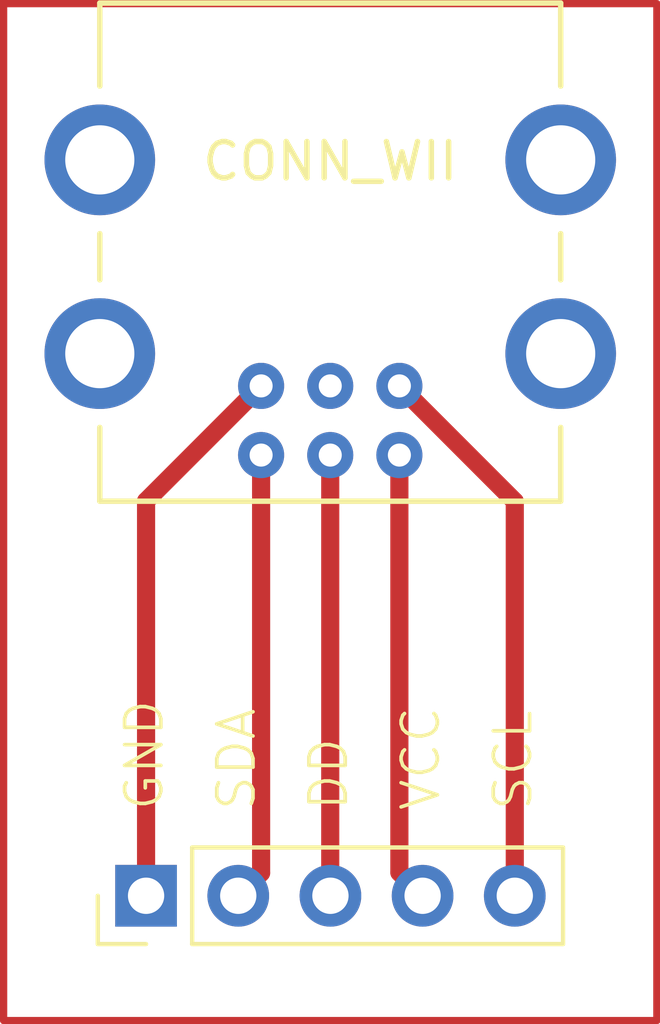
<source format=kicad_pcb>
(kicad_pcb (version 20240108) (generator "pcbnew") (generator_version "8.0")
  (layers (0 "F.Cu" signal) (31 "B.Cu" signal) (34 "B.Paste" user) (35 "F.Paste" user) (36 "B.SilkS" user "B.Silkscreen") (37 "F.SilkS" user "F.Silkscreen") (38 "B.Mask" user) (39 "F.Mask" user) (44 "Edge.Cuts" user))
  (net 0 "")
  (footprint "Connector_PinHeader_2.54mm:PinHeader_1x05_P2.54mm_Vertical" (layer "F.Cu") (at 127.53 78.2498 90)
    (property "Reference" "REF**" (hide yes))
    (property "Value" "PinHeader_1x05_P2.54mm_Vertical" (hide yes))
    (fp_line (start -1.33 -1.33) (end 0 -1.33) (stroke (width 0.12)) (layer "F.SilkS"))
    (fp_line (start -1.33 0) (end -1.33 -1.33) (stroke (width 0.12)) (layer "F.SilkS"))
    (fp_line (start 1.33 1.27) (end 1.33 11.49) (stroke (width 0.12)) (layer "F.SilkS"))
    (fp_line (start -1.33 1.27) (end 1.33 1.27) (stroke (width 0.12)) (layer "F.SilkS"))
    (fp_line (start -1.33 1.27) (end -1.33 11.49) (stroke (width 0.12)) (layer "F.SilkS"))
    (fp_line (start -1.33 11.49) (end 1.33 11.49) (stroke (width 0.12)) (layer "F.SilkS"))
    (pad "1" thru_hole rect (at 0 0 90) (size 1.7 1.7) (drill 1) (layers "*.Cu" "*.Mask"))
    (pad "2" thru_hole oval (at 0 2.54 90) (size 1.7 1.7) (drill 1) (layers "*.Cu" "*.Mask"))
    (pad "3" thru_hole oval (at 0 5.08 90) (size 1.7 1.7) (drill 1) (layers "*.Cu" "*.Mask"))
    (pad "4" thru_hole oval (at 0 7.62 90) (size 1.7 1.7) (drill 1) (layers "*.Cu" "*.Mask"))
    (pad "5" thru_hole oval (at 0 10.16 90) (size 1.7 1.7) (drill 1) (layers "*.Cu" "*.Mask"))
  )
  (footprint "Footprints_cez:CONN_WII" (layer "F.Cu") (at 132.605 60.5282)
    (property "Reference" "P1" (hide yes))
    (property "Value" "CONN_WII" (at 0 -2.5 0) (layer "F.SilkS"))
    (fp_line (start -6.35 -6.858) (end 6.35 -6.858) (stroke (width 0.15)) (layer "F.SilkS"))
    (fp_line (start -6.35 -4.572) (end -6.35 -6.858) (stroke (width 0.15)) (layer "F.SilkS"))
    (fp_line (start -6.35 0.762) (end -6.35 -0.508) (stroke (width 0.15)) (layer "F.SilkS"))
    (fp_line (start -6.35 6.858) (end -6.35 4.826) (stroke (width 0.15)) (layer "F.SilkS"))
    (fp_line (start 6.35 -6.858) (end 6.35 -4.572) (stroke (width 0.15)) (layer "F.SilkS"))
    (fp_line (start 6.35 0.762) (end 6.35 -0.508) (stroke (width 0.15)) (layer "F.SilkS"))
    (fp_line (start 6.35 6.858) (end -6.35 6.858) (stroke (width 0.15)) (layer "F.SilkS"))
    (fp_line (start 6.35 6.858) (end 6.35 4.826) (stroke (width 0.15)) (layer "F.SilkS"))
    (pad "" thru_hole circle (at -6.35 -2.54) (size 3.048 3.048) (drill 1.905) (layers "*.Cu" "*.Mask"))
    (pad "" thru_hole circle (at -6.35 2.794) (size 3.048 3.048) (drill 1.905) (layers "*.Cu" "*.Mask"))
    (pad "" thru_hole circle (at 6.35 -2.54) (size 3.048 3.048) (drill 1.905) (layers "*.Cu" "*.Mask"))
    (pad "" thru_hole circle (at 6.35 2.794) (size 3.048 3.048) (drill 1.905) (layers "*.Cu" "*.Mask"))
    (pad "1" thru_hole circle (at 1.905 5.588) (size 1.27 1.27) (drill 0.635) (layers "*.Cu" "*.Mask"))
    (pad "2" thru_hole circle (at 1.905 3.683) (size 1.27 1.27) (drill 0.635) (layers "*.Cu" "*.Mask"))
    (pad "3" thru_hole circle (at 0 5.588) (size 1.27 1.27) (drill 0.635) (layers "*.Cu" "*.Mask"))
    (pad "4" thru_hole circle (at 0 3.683) (size 1.27 1.27) (drill 0.635) (layers "*.Cu" "*.Mask"))
    (pad "5" thru_hole circle (at -1.905 5.588) (size 1.27 1.27) (drill 0.635) (layers "*.Cu" "*.Mask"))
    (pad "6" thru_hole circle (at -1.905 3.683) (size 1.27 1.27) (drill 0.635) (layers "*.Cu" "*.Mask"))
  )
  (gr_rect (start 123.605 53.6862) (end 141.605 81.6862) (stroke (width 0.2)) (fill none) (layer "F.Cu"))
  (gr_text "VCC" (at 135.6845 75.9638 90) (layer "F.SilkS") (effects (font (size 1 1) (thickness 0.1)) (justify left bottom)))
  (gr_text "SDA" (at 130.6045 75.9638 90) (layer "F.SilkS") (effects (font (size 1 1) (thickness 0.1)) (justify left bottom)))
  (gr_text "SCL" (at 138.2245 75.9638 90) (layer "F.SilkS") (effects (font (size 1 1) (thickness 0.1)) (justify left bottom)))
  (gr_text "DD" (at 133.1445 75.9638 90) (layer "F.SilkS") (effects (font (size 1 1) (thickness 0.1)) (justify left bottom)))
  (gr_text "GND\n" (at 128.0645 75.9638 90) (layer "F.SilkS") (effects (font (size 1 1) (thickness 0.1)) (justify left bottom)))
  (segment (start 130.7 66.1162) (end 130.7 77.6198) (width 0.5) (layer "F.Cu") (net 0))
  (segment (start 132.605 78.2448) (end 132.61 78.2498) (width 0.5) (layer "F.Cu") (net 0))
  (segment (start 127.53 67.3812) (end 127.53 78.2498) (width 0.5) (layer "F.Cu") (net 0))
  (segment (start 134.51 66.1162) (end 134.51 77.6098) (width 0.5) (layer "F.Cu") (net 0))
  (segment (start 134.51 77.6098) (end 135.15 78.2498) (width 0.5) (layer "F.Cu") (net 0))
  (segment (start 134.51 64.2112) (end 137.69 67.3912) (width 0.5) (layer "F.Cu") (net 0))
  (segment (start 132.605 66.1162) (end 132.605 78.2448) (width 0.5) (layer "F.Cu") (net 0))
  (segment (start 130.7 77.6198) (end 130.07 78.2498) (width 0.5) (layer "F.Cu") (net 0))
  (segment (start 130.7 64.2112) (end 127.53 67.3812) (width 0.5) (layer "F.Cu") (net 0))
  (segment (start 137.69 67.3912) (end 137.69 78.2498) (width 0.5) (layer "F.Cu") (net 0))
)
</source>
